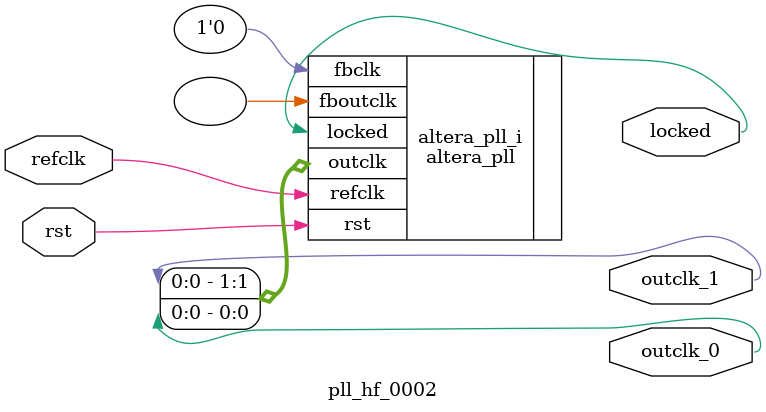
<source format=v>
`timescale 1ns/10ps
module  pll_hf_0002(

	// interface 'refclk'
	input wire refclk,

	// interface 'reset'
	input wire rst,

	// interface 'outclk0'
	output wire outclk_0,

	// interface 'outclk1'
	output wire outclk_1,

	// interface 'locked'
	output wire locked
);

	altera_pll #(
		.fractional_vco_multiplier("false"),
		.reference_clock_frequency("50.0 MHz"),
		.operation_mode("direct"),
		.number_of_clocks(2),
		.output_clock_frequency0("100.000000 MHz"),
		.phase_shift0("0 ps"),
		.duty_cycle0(50),
		.output_clock_frequency1("100.000000 MHz"),
		.phase_shift1("2000 ps"),
		.duty_cycle1(50),
		.output_clock_frequency2("0 MHz"),
		.phase_shift2("0 ps"),
		.duty_cycle2(50),
		.output_clock_frequency3("0 MHz"),
		.phase_shift3("0 ps"),
		.duty_cycle3(50),
		.output_clock_frequency4("0 MHz"),
		.phase_shift4("0 ps"),
		.duty_cycle4(50),
		.output_clock_frequency5("0 MHz"),
		.phase_shift5("0 ps"),
		.duty_cycle5(50),
		.output_clock_frequency6("0 MHz"),
		.phase_shift6("0 ps"),
		.duty_cycle6(50),
		.output_clock_frequency7("0 MHz"),
		.phase_shift7("0 ps"),
		.duty_cycle7(50),
		.output_clock_frequency8("0 MHz"),
		.phase_shift8("0 ps"),
		.duty_cycle8(50),
		.output_clock_frequency9("0 MHz"),
		.phase_shift9("0 ps"),
		.duty_cycle9(50),
		.output_clock_frequency10("0 MHz"),
		.phase_shift10("0 ps"),
		.duty_cycle10(50),
		.output_clock_frequency11("0 MHz"),
		.phase_shift11("0 ps"),
		.duty_cycle11(50),
		.output_clock_frequency12("0 MHz"),
		.phase_shift12("0 ps"),
		.duty_cycle12(50),
		.output_clock_frequency13("0 MHz"),
		.phase_shift13("0 ps"),
		.duty_cycle13(50),
		.output_clock_frequency14("0 MHz"),
		.phase_shift14("0 ps"),
		.duty_cycle14(50),
		.output_clock_frequency15("0 MHz"),
		.phase_shift15("0 ps"),
		.duty_cycle15(50),
		.output_clock_frequency16("0 MHz"),
		.phase_shift16("0 ps"),
		.duty_cycle16(50),
		.output_clock_frequency17("0 MHz"),
		.phase_shift17("0 ps"),
		.duty_cycle17(50),
		.pll_type("General"),
		.pll_subtype("General")
	) altera_pll_i (
		.rst	(rst),
		.outclk	({outclk_1, outclk_0}),
		.locked	(locked),
		.fboutclk	( ),
		.fbclk	(1'b0),
		.refclk	(refclk)
	);
endmodule


</source>
